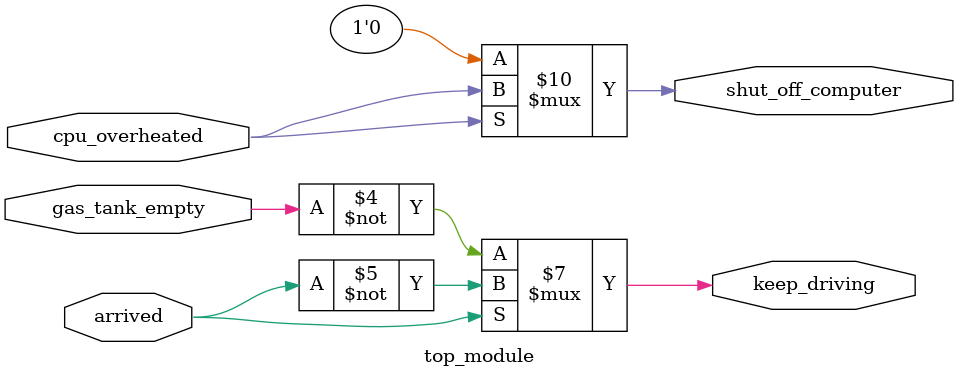
<source format=v>

module top_module (
    input      cpu_overheated,
    output reg shut_off_computer,
    input      arrived,
    input      gas_tank_empty,
    output reg keep_driving  ); //

    always @(*) begin
        if (cpu_overheated)
           shut_off_computer = cpu_overheated;
        else 
            shut_off_computer = 0;
    end

    always @(*) begin
        if (~arrived)
           keep_driving = ~gas_tank_empty;
        else
            keep_driving = ~arrived;
    end

endmodule

</source>
